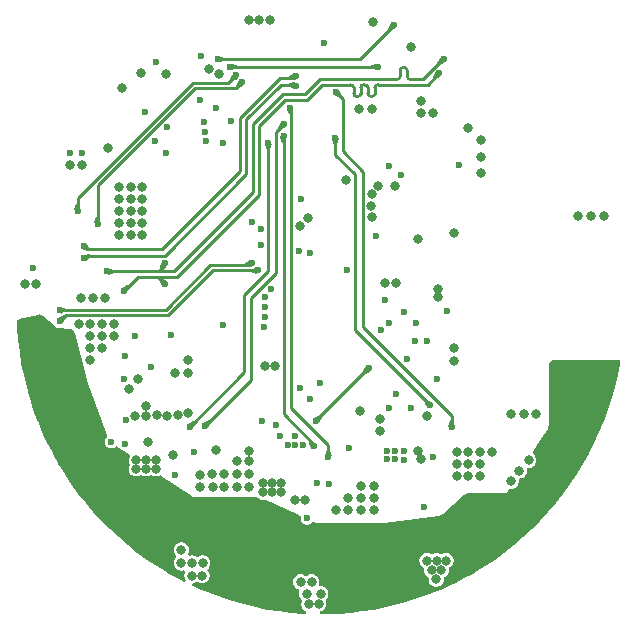
<source format=gbr>
%TF.GenerationSoftware,KiCad,Pcbnew,9.0.0*%
%TF.CreationDate,2025-06-01T03:36:43+08:00*%
%TF.ProjectId,CAPSTONE_MC,43415053-544f-44e4-955f-4d432e6b6963,Ver. 1.0.0*%
%TF.SameCoordinates,Original*%
%TF.FileFunction,Copper,L5,Inr*%
%TF.FilePolarity,Positive*%
%FSLAX46Y46*%
G04 Gerber Fmt 4.6, Leading zero omitted, Abs format (unit mm)*
G04 Created by KiCad (PCBNEW 9.0.0) date 2025-06-01 03:36:43*
%MOMM*%
%LPD*%
G01*
G04 APERTURE LIST*
%TA.AperFunction,ViaPad*%
%ADD10C,0.600000*%
%TD*%
%TA.AperFunction,ViaPad*%
%ADD11C,0.800000*%
%TD*%
%TA.AperFunction,Conductor*%
%ADD12C,0.250000*%
%TD*%
%TA.AperFunction,Conductor*%
%ADD13C,0.300000*%
%TD*%
G04 APERTURE END LIST*
D10*
%TO.N,GND*%
X79785000Y-45735000D03*
X80755000Y-45735000D03*
D11*
%TO.N,+3V3*%
X79785000Y-46695000D03*
X80755000Y-46695000D03*
%TO.N,GND*%
X112300000Y-52500000D03*
X93900000Y-72900000D03*
X91500000Y-38600000D03*
X92400000Y-39000000D03*
X113500000Y-73000000D03*
D10*
X98200000Y-70400000D03*
D11*
X92800000Y-72900000D03*
X93900000Y-71800000D03*
X102300000Y-75900000D03*
D10*
X103200000Y-55600000D03*
D11*
X105830000Y-48505000D03*
X85800000Y-38900000D03*
X82500000Y-61200000D03*
X104300000Y-67500000D03*
X91835000Y-73975000D03*
X103112653Y-48012653D03*
X114500000Y-73000000D03*
X96700000Y-34400000D03*
X112500000Y-73000000D03*
X89800000Y-64300000D03*
D10*
X106100000Y-60700000D03*
D11*
X99225000Y-51912653D03*
X117800000Y-72600000D03*
X85900000Y-51600000D03*
X103300000Y-75900000D03*
X81500000Y-63200000D03*
X114600000Y-47400000D03*
X107400000Y-56700000D03*
X109500000Y-71580000D03*
X114500000Y-71000000D03*
D10*
X98845558Y-69664442D03*
D11*
X99700000Y-75100000D03*
X93935000Y-73975000D03*
X96300000Y-63700000D03*
X88900000Y-67900000D03*
X80700000Y-58000000D03*
X84900000Y-48600000D03*
X87100000Y-67900000D03*
D10*
X84470000Y-68270000D03*
X86100000Y-42200000D03*
D11*
X103300000Y-74900000D03*
X112500000Y-71000000D03*
X89800000Y-63200000D03*
X83900000Y-52600000D03*
X112300000Y-63300000D03*
X109500000Y-41300000D03*
X104200000Y-42000000D03*
X106400000Y-56700000D03*
X110900000Y-57900000D03*
X112500000Y-72000000D03*
X80500000Y-60200000D03*
X105500000Y-75900000D03*
X125000000Y-51000000D03*
X115500000Y-71000000D03*
X90800000Y-74000000D03*
X92835000Y-73975000D03*
X114500000Y-72000000D03*
X110500000Y-42300000D03*
X83000000Y-45300000D03*
X117100000Y-73500000D03*
X81500000Y-60200000D03*
X85900000Y-52600000D03*
X83500000Y-61200000D03*
X97100000Y-63700000D03*
X86400000Y-70200000D03*
X105285000Y-50155000D03*
X114600000Y-46000000D03*
D10*
X98845558Y-70400000D03*
D11*
X81700000Y-58000000D03*
D10*
X106800000Y-60100000D03*
D11*
X110000000Y-68000000D03*
X113500000Y-71000000D03*
X119200000Y-67800000D03*
X109200000Y-70900000D03*
X106000000Y-69200000D03*
X105300000Y-42000000D03*
X85900000Y-49600000D03*
X85900000Y-48600000D03*
X88000000Y-68000000D03*
X94900000Y-72900000D03*
X83900000Y-49600000D03*
X110900000Y-57200000D03*
X92100000Y-70800000D03*
X82500000Y-60200000D03*
X112300000Y-62200000D03*
X104400000Y-74900000D03*
X94900000Y-34400000D03*
X114600000Y-44600000D03*
X105400000Y-34600000D03*
X99907322Y-51217984D03*
X89800000Y-67700000D03*
X86200000Y-68000000D03*
X106000000Y-68200000D03*
X76900000Y-56800000D03*
X105500000Y-73900000D03*
X94900000Y-70900000D03*
X82500000Y-62200000D03*
X88500000Y-71300000D03*
X118600000Y-71700000D03*
X113500000Y-43600000D03*
X109500000Y-42300000D03*
X84900000Y-49600000D03*
X81500000Y-62200000D03*
X104400000Y-75900000D03*
X83900000Y-48600000D03*
X118200000Y-67800000D03*
D10*
X108670000Y-67310000D03*
D11*
X85300000Y-68000000D03*
X109200000Y-53000000D03*
X81500000Y-61200000D03*
X122800000Y-51000000D03*
X94905000Y-71765000D03*
X104400000Y-73900000D03*
X98800000Y-75100000D03*
X83900000Y-51600000D03*
D10*
X96800000Y-57200000D03*
X101715000Y-73685750D03*
D11*
X90765000Y-72925000D03*
X105300000Y-51100000D03*
X83500000Y-60200000D03*
X123900000Y-51000000D03*
X84900000Y-51600000D03*
X76000000Y-56800000D03*
X94935000Y-73975000D03*
X88700000Y-64300000D03*
X85900000Y-50600000D03*
X105300000Y-49200000D03*
X85500000Y-64800000D03*
X95800000Y-34400000D03*
D10*
X99500000Y-70400000D03*
D11*
X82700000Y-58000000D03*
X108600000Y-36700000D03*
X87900000Y-39000000D03*
X117100000Y-67800000D03*
X84900000Y-50600000D03*
X105500000Y-74900000D03*
X91800000Y-72900000D03*
X84200000Y-40200000D03*
X83900000Y-50600000D03*
X84900000Y-52600000D03*
X86200000Y-67100000D03*
X113500000Y-72000000D03*
D10*
%TO.N,+3V3*%
X87050000Y-38000000D03*
X90900000Y-37450000D03*
X101250000Y-36400000D03*
X99350000Y-49600000D03*
X76650000Y-55400000D03*
%TO.N,+3.3VA*%
X86950000Y-44700000D03*
X95931147Y-53500000D03*
X106800000Y-46800000D03*
X100100000Y-66500000D03*
X84300000Y-64850000D03*
X107775000Y-47535000D03*
X110000000Y-61650000D03*
%TO.N,GNDA*%
X87900000Y-45700000D03*
X107400000Y-66100000D03*
D11*
X84800000Y-65700000D03*
D10*
X96000000Y-68400000D03*
X95931147Y-52100000D03*
X91150000Y-43100000D03*
D11*
X107300000Y-48500000D03*
D10*
X97200000Y-68700000D03*
X100900000Y-65200000D03*
X83259054Y-70127764D03*
X109035000Y-60100000D03*
X109013370Y-61586630D03*
X111700000Y-59105000D03*
X84400000Y-62900000D03*
D11*
%TO.N,/HVBUS*%
X79900000Y-68750000D03*
X79900000Y-66750000D03*
X84400000Y-74300000D03*
X114100000Y-75700000D03*
X94800000Y-75900000D03*
X106600000Y-83400000D03*
X83300000Y-76500000D03*
X104500000Y-78100000D03*
X104500000Y-83400000D03*
X113500000Y-79100000D03*
X84400000Y-76500000D03*
X79900000Y-64700000D03*
X83300000Y-75400000D03*
X94800000Y-80800000D03*
X92800000Y-75900000D03*
X92800000Y-81800000D03*
X117200000Y-76800000D03*
X83300000Y-74300000D03*
X77895000Y-65700000D03*
X76895000Y-65700000D03*
X113500000Y-80300000D03*
X111900000Y-76800000D03*
X123100000Y-68100000D03*
X116135000Y-79095000D03*
X78895000Y-65700000D03*
X105500000Y-78100000D03*
X116150000Y-77915000D03*
X106600000Y-81200000D03*
X116100000Y-76800000D03*
X120900000Y-69400000D03*
X92800000Y-76900000D03*
X105500000Y-79100000D03*
X122000000Y-69400000D03*
X116100000Y-75700000D03*
X122000000Y-66800000D03*
X105500000Y-83400000D03*
X120900000Y-70700000D03*
X76900000Y-63700000D03*
X103500000Y-79100000D03*
X104500000Y-79100000D03*
X113000000Y-75700000D03*
X119700000Y-70700000D03*
X84400000Y-75400000D03*
X78905000Y-69750000D03*
X77905000Y-67750000D03*
X79900000Y-62700000D03*
X79905000Y-70750000D03*
X115100000Y-75700000D03*
X114100000Y-76800000D03*
X94800000Y-81700000D03*
X92800000Y-80800000D03*
X84400000Y-73200000D03*
X79900000Y-69750000D03*
X107600000Y-83400000D03*
X93800000Y-81700000D03*
X117200000Y-77900000D03*
X78900000Y-68750000D03*
X79895000Y-65700000D03*
X103500000Y-83400000D03*
X113000000Y-76800000D03*
X76900000Y-62700000D03*
X94800000Y-76900000D03*
X106600000Y-82300000D03*
X93800000Y-80800000D03*
X77900000Y-64700000D03*
X76900000Y-64700000D03*
X93800000Y-75900000D03*
X84400000Y-77600000D03*
X122000000Y-68100000D03*
X77900000Y-62700000D03*
X77900000Y-63700000D03*
X93800000Y-76900000D03*
X78905000Y-70750000D03*
X79900000Y-63700000D03*
X107600000Y-81200000D03*
X117200000Y-75700000D03*
X120900000Y-68100000D03*
X103500000Y-82300000D03*
D10*
X80900000Y-65000000D03*
D11*
X79900000Y-71750000D03*
X79905000Y-67750000D03*
X115100000Y-76800000D03*
X77900000Y-68750000D03*
X77905000Y-66750000D03*
X83300000Y-73200000D03*
D10*
X85300000Y-61200000D03*
D11*
X123100000Y-66800000D03*
X78905000Y-66750000D03*
X107600000Y-82300000D03*
X103500000Y-78100000D03*
X78900000Y-62700000D03*
X78905000Y-67750000D03*
X78900000Y-63700000D03*
X108700000Y-82300000D03*
X78900000Y-64700000D03*
D10*
%TO.N,+3V8*%
X112700000Y-46700000D03*
X105655000Y-52745000D03*
D11*
%TO.N,/HS2*%
X101000000Y-83000000D03*
X100220000Y-81980000D03*
X99300000Y-82000000D03*
X100815000Y-83865000D03*
X99800000Y-83000000D03*
D10*
X99855000Y-76627500D03*
D11*
X100000000Y-83900000D03*
%TO.N,/HS3*%
X110400000Y-81000000D03*
D10*
X109700000Y-75700000D03*
D11*
X110800000Y-80200000D03*
X111600000Y-80200000D03*
X110000000Y-80200000D03*
X111200000Y-81000000D03*
X110775000Y-81755000D03*
%TO.N,/HS1*%
X89200000Y-80400000D03*
X90935000Y-81465000D03*
X90100000Y-80400000D03*
X90100000Y-81465000D03*
X91000000Y-80400000D03*
D10*
X88660000Y-72960000D03*
D11*
X89200000Y-79300000D03*
D10*
%TO.N,/CURRENT_3*%
X108300000Y-63150000D03*
X93360000Y-42990000D03*
%TO.N,/CURRENT_2*%
X92112064Y-41880692D03*
X99255000Y-65549647D03*
%TO.N,/CURRENT_1*%
X86650000Y-63800000D03*
X90780000Y-41238000D03*
%TO.N,/ADC_TEMP*%
X92758058Y-60241942D03*
X103350770Y-70698571D03*
%TO.N,/TEMP_MOTOR*%
X95150000Y-51550000D03*
%TO.N,/CANH*%
X82900000Y-55700000D03*
X111397921Y-37724796D03*
X87800000Y-55025000D03*
%TO.N,/CANL*%
X87800000Y-56800000D03*
X84300000Y-57400000D03*
X111041942Y-38941942D03*
%TO.N,/U1_RX_FAULT*%
X80435000Y-50605000D03*
X93801000Y-39130000D03*
%TO.N,/U1_TX_SERVO*%
X94360608Y-39701702D03*
X82125000Y-51695000D03*
%TO.N,/LED_RED*%
X95691117Y-55625000D03*
X100100000Y-54150000D03*
X78900000Y-59950000D03*
%TO.N,/LED_GREEN*%
X99150000Y-54000000D03*
X78950000Y-59000000D03*
X95150000Y-55000000D03*
%TO.N,Net-(U4-VS)*%
X108030000Y-71650000D03*
X107310000Y-71640000D03*
X106610000Y-71640000D03*
X107310000Y-70930000D03*
X108020000Y-70940000D03*
X106610000Y-70920000D03*
X106750000Y-67290000D03*
D11*
%TO.N,Net-(U3-VS)*%
X97620000Y-74420000D03*
X96140000Y-74430000D03*
X96860000Y-74430000D03*
X96140000Y-73670000D03*
D10*
X97540000Y-69690000D03*
D11*
X97600000Y-73670000D03*
X96860000Y-73670000D03*
%TO.N,Net-(U2-VS)*%
X86200000Y-72430000D03*
X87020000Y-72430000D03*
X87020000Y-71710000D03*
D10*
X84400000Y-70360000D03*
D11*
X86200000Y-71710000D03*
X85380000Y-72420000D03*
X85390000Y-71710000D03*
D10*
%TO.N,/AN_IN*%
X87950000Y-43500000D03*
X88300000Y-61100000D03*
%TO.N,/VOLTAGE_1*%
X90285000Y-71005000D03*
X91161930Y-43925300D03*
%TO.N,/VOLTAGE_2*%
X91302298Y-44712892D03*
X100700000Y-73650000D03*
%TO.N,/VOLTAGE_3*%
X110475000Y-71395000D03*
X92733000Y-44850000D03*
%TO.N,/USB_DM*%
X98880000Y-40000003D03*
X80930000Y-54585000D03*
%TO.N,/USB_DP*%
X98880000Y-39200000D03*
X80935000Y-53595000D03*
%TO.N,/L1*%
X89890000Y-68860000D03*
X96556147Y-44850000D03*
%TO.N,/TX_SCL_MOSI*%
X96306149Y-57906149D03*
%TO.N,/H1*%
X91215000Y-68810000D03*
X97875000Y-43225000D03*
%TO.N,/L3*%
X102215000Y-44395822D03*
X110205707Y-66994293D03*
%TO.N,/L2*%
X100385001Y-70508771D03*
X97875000Y-44230000D03*
%TO.N,/H3*%
X112090000Y-68930000D03*
X102290000Y-40530000D03*
%TO.N,/MISO_ADC_EXT2*%
X96258058Y-58741942D03*
%TO.N,/H2*%
X98383058Y-41883058D03*
X101635000Y-71430000D03*
%TO.N,/SCK_ADC_EXT*%
X96240750Y-59608519D03*
%TO.N,/CAN_RX*%
X105870000Y-38410000D03*
X93293161Y-38410000D03*
%TO.N,/CAN_TX*%
X92290000Y-37736902D03*
X107180000Y-34840000D03*
%TO.N,/RX_SDA_NSS*%
X96208242Y-60459895D03*
%TO.N,/Vref*%
X108050000Y-59150000D03*
X100600000Y-68400000D03*
X106444669Y-58144669D03*
X105121942Y-63878058D03*
X110850000Y-64850000D03*
%TD*%
D12*
%TO.N,/CANH*%
X110415942Y-38684058D02*
X110415942Y-38682644D01*
X110784058Y-38315942D02*
X111375204Y-37724796D01*
X111375204Y-37724796D02*
X111397921Y-37724796D01*
X87800000Y-55025000D02*
X87800000Y-55200000D01*
X87300000Y-55700000D02*
X88600000Y-55700000D01*
X99662190Y-40700000D02*
X100909190Y-39453000D01*
X110415942Y-38682644D02*
X110782644Y-38315942D01*
X108675209Y-39453000D02*
X108840362Y-39453000D01*
X108840362Y-39453000D02*
X109647000Y-39453000D01*
X97800000Y-40700000D02*
X99662190Y-40700000D01*
X108555209Y-39453000D02*
X108675209Y-39453000D01*
X95300000Y-43200000D02*
X97800000Y-40700000D01*
X108315209Y-38693000D02*
X108315209Y-39213000D01*
X88600000Y-55700000D02*
X95300000Y-49000000D01*
X100909190Y-39453000D02*
X107475209Y-39453000D01*
X82900000Y-55700000D02*
X87300000Y-55700000D01*
X87800000Y-55200000D02*
X87300000Y-55700000D01*
X110782644Y-38315942D02*
X110784058Y-38315942D01*
X95300000Y-49000000D02*
X95300000Y-43200000D01*
X109647000Y-39453000D02*
X110415942Y-38684058D01*
X107955209Y-38453000D02*
X108075209Y-38453000D01*
X107715209Y-39213000D02*
X107715209Y-38693000D01*
X108075209Y-38453000D02*
G75*
G02*
X108315200Y-38693000I-9J-240000D01*
G01*
X108315209Y-39213000D02*
G75*
G03*
X108555209Y-39452991I239991J0D01*
G01*
X107715209Y-38693000D02*
G75*
G02*
X107955209Y-38453009I239991J0D01*
G01*
X107475209Y-39453000D02*
G75*
G03*
X107715200Y-39213000I-9J240000D01*
G01*
%TO.N,/CANL*%
X105346324Y-40904000D02*
X105226324Y-40904000D01*
X95751000Y-43386810D02*
X95751000Y-49249000D01*
X104386324Y-40144000D02*
X104386324Y-40664000D01*
X110079884Y-39904000D02*
X105826324Y-39904000D01*
X105586324Y-40144000D02*
X105586324Y-40664000D01*
X101096000Y-39904000D02*
X99800000Y-41200000D01*
X88800000Y-56200000D02*
X87100000Y-56200000D01*
X111041942Y-38941942D02*
X110079884Y-39904000D01*
X103786324Y-40664000D02*
X103786324Y-40144000D01*
X104746324Y-39904000D02*
X104626324Y-39904000D01*
X95751000Y-49249000D02*
X88800000Y-56200000D01*
X103546324Y-39904000D02*
X103426324Y-39904000D01*
X97937810Y-41200000D02*
X95751000Y-43386810D01*
X84300000Y-57400000D02*
X85500000Y-56200000D01*
X99800000Y-41200000D02*
X97937810Y-41200000D01*
X104146324Y-40904000D02*
X104026324Y-40904000D01*
X85500000Y-56200000D02*
X87100000Y-56200000D01*
X103426324Y-39904000D02*
X103303786Y-39904000D01*
X104986324Y-40664000D02*
X104986324Y-40144000D01*
X103303786Y-39904000D02*
X101096000Y-39904000D01*
X87200000Y-56200000D02*
X87100000Y-56200000D01*
X87800000Y-56800000D02*
X87200000Y-56200000D01*
X105826324Y-39904000D02*
G75*
G03*
X105586300Y-40144000I-24J-240000D01*
G01*
X103786324Y-40144000D02*
G75*
G03*
X103546324Y-39903976I-240024J0D01*
G01*
X104386324Y-40664000D02*
G75*
G02*
X104146324Y-40904024I-240024J0D01*
G01*
X104026324Y-40904000D02*
G75*
G02*
X103786300Y-40664000I-24J240000D01*
G01*
X104626324Y-39904000D02*
G75*
G03*
X104386300Y-40144000I-24J-240000D01*
G01*
X104986324Y-40144000D02*
G75*
G03*
X104746324Y-39903976I-240024J0D01*
G01*
X105226324Y-40904000D02*
G75*
G02*
X104986300Y-40664000I-24J240000D01*
G01*
X105586324Y-40664000D02*
G75*
G02*
X105346324Y-40904024I-240024J0D01*
G01*
%TO.N,/U1_RX_FAULT*%
X80435000Y-50605000D02*
X80435000Y-49465000D01*
X90150000Y-39750000D02*
X93181000Y-39750000D01*
X80435000Y-49465000D02*
X90150000Y-39750000D01*
X93181000Y-39750000D02*
X93801000Y-39130000D01*
%TO.N,/U1_TX_SERVO*%
X93852310Y-40210000D02*
X94360608Y-39701702D01*
X82125000Y-51695000D02*
X82120000Y-51690000D01*
X82120000Y-48417810D02*
X90327810Y-40210000D01*
X90327810Y-40210000D02*
X93852310Y-40210000D01*
X82120000Y-51690000D02*
X82120000Y-48417810D01*
%TO.N,/LED_RED*%
X95691117Y-55625000D02*
X91875000Y-55625000D01*
X91875000Y-55625000D02*
X88049000Y-59451000D01*
X88049000Y-59451000D02*
X79399000Y-59451000D01*
X79399000Y-59451000D02*
X78900000Y-59950000D01*
%TO.N,/LED_GREEN*%
X92061810Y-55174000D02*
X91688190Y-55174000D01*
X87854702Y-59000000D02*
X79585810Y-59000000D01*
X94976000Y-55174000D02*
X92061810Y-55174000D01*
X79585810Y-59000000D02*
X79212190Y-59000000D01*
X91654702Y-55200000D02*
X87854702Y-59000000D01*
X79212190Y-59000000D02*
X78950000Y-59000000D01*
X95150000Y-55000000D02*
X94976000Y-55174000D01*
X91688190Y-55174000D02*
X91662190Y-55200000D01*
X91662190Y-55200000D02*
X91654702Y-55200000D01*
%TO.N,/USB_DM*%
X98779997Y-39900000D02*
X97637810Y-39900000D01*
X97637810Y-39900000D02*
X94700000Y-42837810D01*
X94700000Y-42837810D02*
X94700000Y-47500000D01*
X94700000Y-47500000D02*
X87800000Y-54400000D01*
X81100000Y-54400000D02*
X80930000Y-54570000D01*
X98880000Y-40000003D02*
X98779997Y-39900000D01*
X80930000Y-54570000D02*
X80930000Y-54585000D01*
X87800000Y-54400000D02*
X81100000Y-54400000D01*
%TO.N,/USB_DP*%
X94249000Y-42651000D02*
X94513190Y-42386810D01*
X94200000Y-42700000D02*
X94249000Y-42651000D01*
X80935000Y-53595000D02*
X81189000Y-53849000D01*
X81386810Y-53849000D02*
X87551000Y-53849000D01*
X98760628Y-39319372D02*
X98880000Y-39200000D01*
X97580628Y-39319372D02*
X98760628Y-39319372D01*
X97186810Y-39713190D02*
X97451000Y-39449000D01*
X87551000Y-53849000D02*
X94200000Y-47200000D01*
X81189000Y-53849000D02*
X81386810Y-53849000D01*
X97451000Y-39449000D02*
X97580628Y-39319372D01*
X94200000Y-47200000D02*
X94200000Y-42700000D01*
X94513190Y-42386810D02*
X97186810Y-39713190D01*
%TO.N,/L1*%
X94500000Y-57700000D02*
X94500000Y-64250000D01*
X96556147Y-55643853D02*
X94500000Y-57700000D01*
X94500000Y-64250000D02*
X89890000Y-68860000D01*
X96556147Y-44850000D02*
X96556147Y-55643853D01*
%TO.N,/H1*%
X95100000Y-64925000D02*
X91215000Y-68810000D01*
X95100000Y-57950000D02*
X95100000Y-64925000D01*
X97875000Y-43225000D02*
X97181147Y-43918853D01*
X97181147Y-43918853D02*
X97181147Y-55868853D01*
X97181147Y-55868853D02*
X95100000Y-57950000D01*
%TO.N,/L3*%
X103870000Y-60658586D02*
X103870000Y-47490000D01*
X110205707Y-66994293D02*
X105455707Y-62244293D01*
X103870000Y-47490000D02*
X102215000Y-45835000D01*
X102215000Y-45835000D02*
X102215000Y-44395822D01*
X105455707Y-62244293D02*
X103870000Y-60658586D01*
%TO.N,/L2*%
X100360000Y-70483770D02*
X100360000Y-70295000D01*
X100385001Y-70508771D02*
X100360000Y-70483770D01*
X100360000Y-70295000D02*
X97875000Y-67810000D01*
X97875000Y-67810000D02*
X97875000Y-44230000D01*
%TO.N,/H3*%
X102290000Y-40530000D02*
X102840000Y-41080000D01*
X102840000Y-41080000D02*
X102840000Y-45540000D01*
X102840000Y-45540000D02*
X104560000Y-47260000D01*
X104560000Y-47260000D02*
X104560000Y-60464702D01*
X104560000Y-60464702D02*
X112090000Y-67994702D01*
X112090000Y-67994702D02*
X112090000Y-68930000D01*
%TO.N,/H2*%
X98500000Y-42625000D02*
X98500000Y-67310000D01*
X98500000Y-67310000D02*
X101635000Y-70445000D01*
X98497022Y-41997022D02*
X98497022Y-42622022D01*
X101635000Y-70445000D02*
X101635000Y-71430000D01*
X98383058Y-41883058D02*
X98497022Y-41997022D01*
X98497022Y-42622022D02*
X98500000Y-42625000D01*
%TO.N,/CAN_RX*%
X93293161Y-38410000D02*
X105870000Y-38410000D01*
%TO.N,/CAN_TX*%
X104283098Y-37736902D02*
X107180000Y-34840000D01*
X92290000Y-37736902D02*
X104283098Y-37736902D01*
D13*
%TO.N,/Vref*%
X100600000Y-68400000D02*
X105121942Y-63878058D01*
%TD*%
%TA.AperFunction,Conductor*%
%TO.N,/HVBUS*%
G36*
X77267534Y-59366217D02*
G01*
X77297605Y-59373707D01*
X77385045Y-59407567D01*
X77412315Y-59422281D01*
X77492935Y-59479849D01*
X77494993Y-59481318D01*
X77507041Y-59491115D01*
X78470274Y-60380253D01*
X78611948Y-60472206D01*
X78776154Y-60511744D01*
X79731023Y-60575401D01*
X79750130Y-60578183D01*
X79873238Y-60606050D01*
X79909042Y-60620294D01*
X80009198Y-60679611D01*
X80038899Y-60704161D01*
X80116003Y-60791362D01*
X80136734Y-60823851D01*
X80187265Y-60939501D01*
X80193600Y-60957763D01*
X81220228Y-64881766D01*
X81225343Y-64899912D01*
X81231111Y-64917779D01*
X81498582Y-65695873D01*
X81499996Y-65699934D01*
X81501568Y-65704314D01*
X82915223Y-69591866D01*
X82919634Y-69661596D01*
X82886371Y-69721923D01*
X82818542Y-69789752D01*
X82746071Y-69915275D01*
X82746070Y-69915279D01*
X82708554Y-70055289D01*
X82708554Y-70200239D01*
X82742661Y-70327525D01*
X82746071Y-70340252D01*
X82818542Y-70465775D01*
X82818544Y-70465777D01*
X82818545Y-70465779D01*
X82921039Y-70568273D01*
X82921040Y-70568274D01*
X82921042Y-70568275D01*
X83046565Y-70640746D01*
X83046566Y-70640746D01*
X83046569Y-70640748D01*
X83186579Y-70678264D01*
X83186582Y-70678264D01*
X83331526Y-70678264D01*
X83331529Y-70678264D01*
X83471539Y-70640748D01*
X83597069Y-70568273D01*
X83609197Y-70556144D01*
X83636834Y-70541052D01*
X83663560Y-70524385D01*
X83667266Y-70524435D01*
X83670518Y-70522660D01*
X83701922Y-70524905D01*
X83733423Y-70525332D01*
X83737965Y-70527481D01*
X83740209Y-70527642D01*
X83765326Y-70540428D01*
X83907994Y-70634871D01*
X83946932Y-70676264D01*
X83959490Y-70698014D01*
X83959491Y-70698015D01*
X84061985Y-70800509D01*
X84061987Y-70800510D01*
X84061988Y-70800511D01*
X84078867Y-70810256D01*
X84187515Y-70872984D01*
X84302721Y-70903853D01*
X84339065Y-70920226D01*
X84623309Y-71108387D01*
X84787316Y-71216956D01*
X84832351Y-71270375D01*
X84841357Y-71339662D01*
X84821974Y-71389240D01*
X84813541Y-71401861D01*
X84813533Y-71401875D01*
X84764499Y-71520255D01*
X84764497Y-71520261D01*
X84739500Y-71645928D01*
X84739500Y-71645931D01*
X84739500Y-71774069D01*
X84739500Y-71774071D01*
X84739499Y-71774071D01*
X84764497Y-71899738D01*
X84764500Y-71899748D01*
X84808602Y-72006221D01*
X84816071Y-72075691D01*
X84805498Y-72106093D01*
X84805866Y-72106246D01*
X84754499Y-72230255D01*
X84754497Y-72230261D01*
X84729500Y-72355928D01*
X84729500Y-72355931D01*
X84729500Y-72484069D01*
X84729500Y-72484071D01*
X84729499Y-72484071D01*
X84754497Y-72609738D01*
X84754499Y-72609744D01*
X84803533Y-72728124D01*
X84803538Y-72728133D01*
X84874723Y-72834668D01*
X84874726Y-72834672D01*
X84965327Y-72925273D01*
X84965331Y-72925276D01*
X85071866Y-72996461D01*
X85071875Y-72996466D01*
X85076187Y-72998252D01*
X85190256Y-73045501D01*
X85190260Y-73045501D01*
X85190261Y-73045502D01*
X85315928Y-73070500D01*
X85315931Y-73070500D01*
X85444071Y-73070500D01*
X85528615Y-73053682D01*
X85569744Y-73045501D01*
X85688127Y-72996465D01*
X85713627Y-72979425D01*
X85780301Y-72958549D01*
X85847682Y-72977033D01*
X85851407Y-72979427D01*
X85891866Y-73006461D01*
X85891872Y-73006464D01*
X85891873Y-73006465D01*
X86010256Y-73055501D01*
X86010260Y-73055501D01*
X86010261Y-73055502D01*
X86135928Y-73080500D01*
X86135931Y-73080500D01*
X86264071Y-73080500D01*
X86348615Y-73063682D01*
X86389744Y-73055501D01*
X86508127Y-73006465D01*
X86541109Y-72984426D01*
X86607785Y-72963548D01*
X86675165Y-72982032D01*
X86678868Y-72984412D01*
X86711873Y-73006465D01*
X86830256Y-73055501D01*
X86830260Y-73055501D01*
X86830261Y-73055502D01*
X86955928Y-73080500D01*
X86955931Y-73080500D01*
X87084071Y-73080500D01*
X87168615Y-73063682D01*
X87209744Y-73055501D01*
X87328127Y-73006465D01*
X87340420Y-72998250D01*
X87407093Y-72977370D01*
X87474474Y-72995851D01*
X87477721Y-72997927D01*
X90074506Y-74716926D01*
X90206387Y-74778781D01*
X90350494Y-74799999D01*
X90350496Y-74800000D01*
X90350499Y-74800000D01*
X95539417Y-74800000D01*
X95606456Y-74819685D01*
X95630071Y-74840706D01*
X95630416Y-74840362D01*
X95725327Y-74935273D01*
X95725331Y-74935276D01*
X95831866Y-75006461D01*
X95831872Y-75006464D01*
X95831873Y-75006465D01*
X95950256Y-75055501D01*
X95950260Y-75055501D01*
X95950261Y-75055502D01*
X96075928Y-75080500D01*
X96075931Y-75080500D01*
X96204072Y-75080500D01*
X96222454Y-75076842D01*
X96248849Y-75071592D01*
X96318439Y-75077816D01*
X96323810Y-75080077D01*
X98995112Y-76279438D01*
X99240880Y-76389783D01*
X99293976Y-76435199D01*
X99314088Y-76502111D01*
X99309867Y-76534994D01*
X99304500Y-76555025D01*
X99304500Y-76699975D01*
X99342016Y-76839985D01*
X99342017Y-76839988D01*
X99414488Y-76965511D01*
X99414490Y-76965513D01*
X99414491Y-76965515D01*
X99516985Y-77068009D01*
X99516986Y-77068010D01*
X99516988Y-77068011D01*
X99642511Y-77140482D01*
X99642512Y-77140482D01*
X99642515Y-77140484D01*
X99782525Y-77178000D01*
X99782528Y-77178000D01*
X99927472Y-77178000D01*
X99927475Y-77178000D01*
X100067485Y-77140484D01*
X100193015Y-77068009D01*
X100295509Y-76965515D01*
X100295509Y-76965514D01*
X100301256Y-76959768D01*
X100302603Y-76961115D01*
X100350565Y-76926087D01*
X100420310Y-76921925D01*
X100443306Y-76929648D01*
X100502300Y-76956135D01*
X100602375Y-76988911D01*
X100707095Y-77000000D01*
X100707104Y-77000000D01*
X106269502Y-77000000D01*
X106269517Y-77000000D01*
X106299915Y-76999073D01*
X106299924Y-76999072D01*
X106299943Y-76999072D01*
X106330272Y-76996293D01*
X111042774Y-76419252D01*
X111189821Y-76377725D01*
X111317460Y-76293727D01*
X113151529Y-74634330D01*
X113163372Y-74624866D01*
X113244689Y-74567685D01*
X113271427Y-74553413D01*
X113357022Y-74520438D01*
X113386426Y-74513082D01*
X113463084Y-74503638D01*
X113485073Y-74500930D01*
X113500233Y-74500000D01*
X116427302Y-74500000D01*
X116550835Y-74484499D01*
X116666708Y-74438959D01*
X116767738Y-74366201D01*
X116847660Y-74270739D01*
X116892003Y-74201890D01*
X116944848Y-74156191D01*
X117014017Y-74146316D01*
X117020437Y-74147417D01*
X117027357Y-74148794D01*
X117035930Y-74150500D01*
X117035931Y-74150500D01*
X117164071Y-74150500D01*
X117248615Y-74133682D01*
X117289744Y-74125501D01*
X117408127Y-74076465D01*
X117514669Y-74005276D01*
X117605276Y-73914669D01*
X117676465Y-73808127D01*
X117725501Y-73689744D01*
X117733682Y-73648615D01*
X117750500Y-73564071D01*
X117750500Y-73435928D01*
X117743093Y-73398692D01*
X117749320Y-73329100D01*
X117792183Y-73273923D01*
X117858072Y-73250678D01*
X117863832Y-73250523D01*
X117864071Y-73250500D01*
X117948615Y-73233682D01*
X117989744Y-73225501D01*
X118108127Y-73176465D01*
X118214669Y-73105276D01*
X118305276Y-73014669D01*
X118376465Y-72908127D01*
X118425501Y-72789744D01*
X118441313Y-72710256D01*
X118450500Y-72664071D01*
X118450500Y-72535928D01*
X118443093Y-72498692D01*
X118449320Y-72429100D01*
X118492183Y-72373923D01*
X118558072Y-72350678D01*
X118564710Y-72350500D01*
X118664071Y-72350500D01*
X118762959Y-72330829D01*
X118789744Y-72325501D01*
X118908127Y-72276465D01*
X119014669Y-72205276D01*
X119105276Y-72114669D01*
X119176465Y-72008127D01*
X119225501Y-71889744D01*
X119242303Y-71805276D01*
X119250500Y-71764071D01*
X119250500Y-71635928D01*
X119225502Y-71510261D01*
X119225501Y-71510260D01*
X119225501Y-71510256D01*
X119176465Y-71391873D01*
X119176464Y-71391872D01*
X119176461Y-71391866D01*
X119105276Y-71285331D01*
X119105273Y-71285327D01*
X119014672Y-71194726D01*
X119014665Y-71194721D01*
X118986116Y-71175644D01*
X118941311Y-71122031D01*
X118932605Y-71052706D01*
X118950757Y-71005404D01*
X119475260Y-70191045D01*
X119633736Y-69944990D01*
X120220358Y-69034182D01*
X120279676Y-68904548D01*
X120300000Y-68763444D01*
X120300000Y-63708125D01*
X120301061Y-63691940D01*
X120314906Y-63586776D01*
X120323284Y-63555508D01*
X120334532Y-63528353D01*
X120360740Y-63465079D01*
X120376923Y-63437050D01*
X120436513Y-63359392D01*
X120459392Y-63336513D01*
X120537050Y-63276923D01*
X120565079Y-63260740D01*
X120655509Y-63223283D01*
X120686775Y-63214906D01*
X120791941Y-63201061D01*
X120808126Y-63200000D01*
X126250997Y-63200000D01*
X126268934Y-63205266D01*
X126287628Y-63205534D01*
X126301764Y-63214907D01*
X126318036Y-63219685D01*
X126330277Y-63233811D01*
X126345860Y-63244144D01*
X126352685Y-63259672D01*
X126363791Y-63272489D01*
X126366451Y-63290993D01*
X126373974Y-63308108D01*
X126373516Y-63340128D01*
X126373735Y-63341647D01*
X126373484Y-63343306D01*
X126366129Y-63389744D01*
X126344934Y-63523560D01*
X126344078Y-63528352D01*
X126147803Y-64515095D01*
X126146760Y-64519851D01*
X125911888Y-65498163D01*
X125910658Y-65502875D01*
X125637569Y-66471173D01*
X125636156Y-66475832D01*
X125325260Y-67432675D01*
X125323665Y-67437276D01*
X124975433Y-68381199D01*
X124973658Y-68385733D01*
X124588651Y-69315223D01*
X124586700Y-69319684D01*
X124165487Y-70233363D01*
X124163362Y-70237744D01*
X123706601Y-71134191D01*
X123704305Y-71138485D01*
X123212720Y-72016272D01*
X123210258Y-72020473D01*
X122684578Y-72878305D01*
X122681953Y-72882406D01*
X122122993Y-73718948D01*
X122120209Y-73722942D01*
X121528854Y-74536873D01*
X121525915Y-74540756D01*
X120903048Y-75330859D01*
X120899959Y-75334623D01*
X120246553Y-76099664D01*
X120243319Y-76103303D01*
X119560386Y-76842095D01*
X119557011Y-76845605D01*
X118845605Y-77557011D01*
X118842095Y-77560386D01*
X118103303Y-78243319D01*
X118099664Y-78246553D01*
X117334623Y-78899959D01*
X117330859Y-78903048D01*
X116540756Y-79525915D01*
X116536873Y-79528854D01*
X115722942Y-80120209D01*
X115718948Y-80122993D01*
X114882406Y-80681953D01*
X114878305Y-80684578D01*
X114020473Y-81210258D01*
X114016272Y-81212720D01*
X113138485Y-81704305D01*
X113134191Y-81706601D01*
X112237744Y-82163362D01*
X112233363Y-82165487D01*
X111319684Y-82586700D01*
X111315223Y-82588651D01*
X110385733Y-82973658D01*
X110381199Y-82975433D01*
X109437276Y-83323665D01*
X109432675Y-83325260D01*
X108475832Y-83636156D01*
X108471173Y-83637569D01*
X107502875Y-83910658D01*
X107498163Y-83911888D01*
X106519851Y-84146760D01*
X106515095Y-84147803D01*
X105528353Y-84344078D01*
X105523560Y-84344934D01*
X104529853Y-84502322D01*
X104525030Y-84502989D01*
X103525936Y-84621239D01*
X103521090Y-84621717D01*
X102518068Y-84700657D01*
X102513207Y-84700943D01*
X101507922Y-84740441D01*
X101503054Y-84740537D01*
X101006723Y-84740537D01*
X100939684Y-84720852D01*
X100893929Y-84668048D01*
X100883985Y-84598890D01*
X100913010Y-84535334D01*
X100971788Y-84497560D01*
X100982531Y-84494920D01*
X100997932Y-84491855D01*
X101004744Y-84490501D01*
X101123127Y-84441465D01*
X101229669Y-84370276D01*
X101320276Y-84279669D01*
X101391465Y-84173127D01*
X101440501Y-84054744D01*
X101448682Y-84013615D01*
X101465500Y-83929071D01*
X101465500Y-83800928D01*
X101440502Y-83675261D01*
X101440501Y-83675260D01*
X101440501Y-83675256D01*
X101414854Y-83613340D01*
X101407386Y-83543874D01*
X101438660Y-83481395D01*
X101441681Y-83478263D01*
X101505276Y-83414669D01*
X101576465Y-83308127D01*
X101625501Y-83189744D01*
X101650500Y-83064069D01*
X101650500Y-82935931D01*
X101650500Y-82935928D01*
X101625502Y-82810261D01*
X101625501Y-82810260D01*
X101625501Y-82810256D01*
X101576465Y-82691873D01*
X101576464Y-82691872D01*
X101576461Y-82691866D01*
X101505276Y-82585331D01*
X101505273Y-82585327D01*
X101414672Y-82494726D01*
X101414668Y-82494723D01*
X101308133Y-82423538D01*
X101308124Y-82423533D01*
X101189744Y-82374499D01*
X101189738Y-82374497D01*
X101064071Y-82349500D01*
X101064069Y-82349500D01*
X100956623Y-82349500D01*
X100889584Y-82329815D01*
X100843829Y-82277011D01*
X100833885Y-82207853D01*
X100842061Y-82178050D01*
X100845499Y-82169748D01*
X100845501Y-82169744D01*
X100861264Y-82090500D01*
X100870500Y-82044071D01*
X100870500Y-81915928D01*
X100845502Y-81790261D01*
X100845501Y-81790260D01*
X100845501Y-81790256D01*
X100804138Y-81690397D01*
X100796466Y-81671875D01*
X100796461Y-81671866D01*
X100725276Y-81565331D01*
X100725273Y-81565327D01*
X100634672Y-81474726D01*
X100634668Y-81474723D01*
X100528133Y-81403538D01*
X100528124Y-81403533D01*
X100409744Y-81354499D01*
X100409738Y-81354497D01*
X100284071Y-81329500D01*
X100284069Y-81329500D01*
X100155931Y-81329500D01*
X100155929Y-81329500D01*
X100030261Y-81354497D01*
X100030255Y-81354499D01*
X99911875Y-81403533D01*
X99911868Y-81403537D01*
X99813923Y-81468982D01*
X99747246Y-81489859D01*
X99679866Y-81471374D01*
X99676142Y-81468981D01*
X99608133Y-81423538D01*
X99608124Y-81423533D01*
X99489744Y-81374499D01*
X99489738Y-81374497D01*
X99364071Y-81349500D01*
X99364069Y-81349500D01*
X99235931Y-81349500D01*
X99235929Y-81349500D01*
X99110261Y-81374497D01*
X99110255Y-81374499D01*
X98991875Y-81423533D01*
X98991866Y-81423538D01*
X98885331Y-81494723D01*
X98885327Y-81494726D01*
X98794726Y-81585327D01*
X98794723Y-81585331D01*
X98723538Y-81691866D01*
X98723533Y-81691875D01*
X98674499Y-81810255D01*
X98674497Y-81810261D01*
X98649500Y-81935928D01*
X98649500Y-81935931D01*
X98649500Y-82064069D01*
X98649500Y-82064071D01*
X98649499Y-82064071D01*
X98674497Y-82189738D01*
X98674499Y-82189744D01*
X98723533Y-82308124D01*
X98723538Y-82308133D01*
X98794723Y-82414668D01*
X98794726Y-82414672D01*
X98885327Y-82505273D01*
X98885331Y-82505276D01*
X98991866Y-82576461D01*
X98991875Y-82576466D01*
X99115850Y-82627818D01*
X99170253Y-82671659D01*
X99192318Y-82737953D01*
X99182960Y-82789828D01*
X99174499Y-82810256D01*
X99174497Y-82810261D01*
X99149500Y-82935928D01*
X99149500Y-82935931D01*
X99149500Y-83064069D01*
X99149500Y-83064071D01*
X99149499Y-83064071D01*
X99174497Y-83189738D01*
X99174499Y-83189744D01*
X99223533Y-83308124D01*
X99223538Y-83308133D01*
X99294723Y-83414668D01*
X99294726Y-83414672D01*
X99379121Y-83499067D01*
X99412606Y-83560390D01*
X99407622Y-83630082D01*
X99406002Y-83634199D01*
X99374499Y-83710256D01*
X99374497Y-83710261D01*
X99349500Y-83835928D01*
X99349500Y-83835931D01*
X99349500Y-83964069D01*
X99349500Y-83964071D01*
X99349499Y-83964071D01*
X99374497Y-84089738D01*
X99374499Y-84089744D01*
X99423533Y-84208124D01*
X99423538Y-84208133D01*
X99494723Y-84314668D01*
X99494726Y-84314672D01*
X99585327Y-84405273D01*
X99585331Y-84405276D01*
X99696056Y-84479261D01*
X99696940Y-84480319D01*
X99698248Y-84480760D01*
X99719268Y-84507035D01*
X99740861Y-84532873D01*
X99741033Y-84534242D01*
X99741895Y-84535320D01*
X99745373Y-84568799D01*
X99749568Y-84602198D01*
X99748972Y-84603442D01*
X99749115Y-84604815D01*
X99733937Y-84634868D01*
X99719413Y-84665226D01*
X99718239Y-84665950D01*
X99717618Y-84667182D01*
X99688607Y-84684255D01*
X99659970Y-84701945D01*
X99658204Y-84702147D01*
X99657402Y-84702620D01*
X99622297Y-84706267D01*
X99486792Y-84700943D01*
X99481931Y-84700657D01*
X98478909Y-84621717D01*
X98474063Y-84621239D01*
X97474969Y-84502989D01*
X97470146Y-84502322D01*
X96476439Y-84344934D01*
X96471646Y-84344078D01*
X95484904Y-84147803D01*
X95480148Y-84146760D01*
X94501836Y-83911888D01*
X94497124Y-83910658D01*
X93528826Y-83637569D01*
X93524167Y-83636156D01*
X92567324Y-83325260D01*
X92562723Y-83323665D01*
X91618800Y-82975433D01*
X91614266Y-82973658D01*
X90684776Y-82588651D01*
X90680315Y-82586700D01*
X90157259Y-82345567D01*
X90104619Y-82299623D01*
X90085174Y-82232514D01*
X90105098Y-82165545D01*
X90158065Y-82119979D01*
X90184982Y-82111340D01*
X90289744Y-82090501D01*
X90408127Y-82041465D01*
X90448609Y-82014416D01*
X90515286Y-81993538D01*
X90582666Y-82012022D01*
X90586391Y-82014416D01*
X90626867Y-82041461D01*
X90626875Y-82041466D01*
X90633164Y-82044071D01*
X90745256Y-82090501D01*
X90745260Y-82090501D01*
X90745261Y-82090502D01*
X90870928Y-82115500D01*
X90870931Y-82115500D01*
X90999071Y-82115500D01*
X91083615Y-82098682D01*
X91124744Y-82090501D01*
X91243127Y-82041465D01*
X91349669Y-81970276D01*
X91440276Y-81879669D01*
X91511465Y-81773127D01*
X91560501Y-81654744D01*
X91571855Y-81597664D01*
X91585500Y-81529071D01*
X91585500Y-81400928D01*
X91560502Y-81275261D01*
X91560501Y-81275260D01*
X91560501Y-81275256D01*
X91511465Y-81156873D01*
X91511464Y-81156872D01*
X91511461Y-81156866D01*
X91440276Y-81050331D01*
X91436411Y-81045621D01*
X91438041Y-81044283D01*
X91409142Y-80991358D01*
X91414126Y-80921666D01*
X91442627Y-80877319D01*
X91505273Y-80814672D01*
X91505276Y-80814669D01*
X91576465Y-80708127D01*
X91625501Y-80589744D01*
X91650500Y-80464069D01*
X91650500Y-80335931D01*
X91650500Y-80335928D01*
X91636206Y-80264071D01*
X109349499Y-80264071D01*
X109374497Y-80389738D01*
X109374499Y-80389744D01*
X109423533Y-80508124D01*
X109423538Y-80508133D01*
X109494723Y-80614668D01*
X109494726Y-80614672D01*
X109585327Y-80705273D01*
X109585335Y-80705279D01*
X109696938Y-80779850D01*
X109696233Y-80780905D01*
X109741367Y-80825235D01*
X109756833Y-80893371D01*
X109754692Y-80909828D01*
X109750182Y-80932500D01*
X109749500Y-80935931D01*
X109749500Y-81064069D01*
X109749500Y-81064071D01*
X109749499Y-81064071D01*
X109774497Y-81189738D01*
X109774499Y-81189744D01*
X109823533Y-81308124D01*
X109823538Y-81308133D01*
X109894723Y-81414668D01*
X109894726Y-81414672D01*
X109985327Y-81505273D01*
X109985331Y-81505276D01*
X110071879Y-81563106D01*
X110116684Y-81616718D01*
X110125391Y-81686043D01*
X110124606Y-81690397D01*
X110124500Y-81690931D01*
X110124500Y-81819069D01*
X110124500Y-81819071D01*
X110124499Y-81819071D01*
X110149497Y-81944738D01*
X110149499Y-81944744D01*
X110198533Y-82063124D01*
X110198538Y-82063133D01*
X110269723Y-82169668D01*
X110269726Y-82169672D01*
X110360327Y-82260273D01*
X110360331Y-82260276D01*
X110466866Y-82331461D01*
X110466872Y-82331464D01*
X110466873Y-82331465D01*
X110585256Y-82380501D01*
X110585260Y-82380501D01*
X110585261Y-82380502D01*
X110710928Y-82405500D01*
X110710931Y-82405500D01*
X110839071Y-82405500D01*
X110923615Y-82388682D01*
X110964744Y-82380501D01*
X111083127Y-82331465D01*
X111189669Y-82260276D01*
X111280276Y-82169669D01*
X111351465Y-82063127D01*
X111400501Y-81944744D01*
X111425500Y-81819069D01*
X111425500Y-81693544D01*
X111445185Y-81626505D01*
X111497989Y-81580750D01*
X111502023Y-81578993D01*
X111508127Y-81576465D01*
X111614669Y-81505276D01*
X111705276Y-81414669D01*
X111776465Y-81308127D01*
X111825501Y-81189744D01*
X111850500Y-81064069D01*
X111850500Y-80935931D01*
X111845308Y-80909828D01*
X111851534Y-80840240D01*
X111894396Y-80785062D01*
X111907426Y-80776934D01*
X112010402Y-80708127D01*
X112014669Y-80705276D01*
X112105276Y-80614669D01*
X112176465Y-80508127D01*
X112225501Y-80389744D01*
X112250500Y-80264069D01*
X112250500Y-80135931D01*
X112250500Y-80135928D01*
X112225502Y-80010261D01*
X112225501Y-80010260D01*
X112225501Y-80010256D01*
X112176465Y-79891873D01*
X112176464Y-79891872D01*
X112176461Y-79891866D01*
X112105276Y-79785331D01*
X112105273Y-79785327D01*
X112014672Y-79694726D01*
X112014668Y-79694723D01*
X111908133Y-79623538D01*
X111908124Y-79623533D01*
X111789744Y-79574499D01*
X111789738Y-79574497D01*
X111664071Y-79549500D01*
X111664069Y-79549500D01*
X111535931Y-79549500D01*
X111535929Y-79549500D01*
X111410261Y-79574497D01*
X111410255Y-79574499D01*
X111291872Y-79623534D01*
X111268888Y-79638892D01*
X111202210Y-79659768D01*
X111134830Y-79641282D01*
X111131112Y-79638892D01*
X111108127Y-79623534D01*
X110989744Y-79574499D01*
X110989738Y-79574497D01*
X110864071Y-79549500D01*
X110864069Y-79549500D01*
X110735931Y-79549500D01*
X110735929Y-79549500D01*
X110610261Y-79574497D01*
X110610255Y-79574499D01*
X110491872Y-79623534D01*
X110468888Y-79638892D01*
X110402210Y-79659768D01*
X110334830Y-79641282D01*
X110331112Y-79638892D01*
X110308127Y-79623534D01*
X110189744Y-79574499D01*
X110189738Y-79574497D01*
X110064071Y-79549500D01*
X110064069Y-79549500D01*
X109935931Y-79549500D01*
X109935929Y-79549500D01*
X109810261Y-79574497D01*
X109810255Y-79574499D01*
X109691875Y-79623533D01*
X109691866Y-79623538D01*
X109585331Y-79694723D01*
X109585327Y-79694726D01*
X109494726Y-79785327D01*
X109494723Y-79785331D01*
X109423538Y-79891866D01*
X109423533Y-79891875D01*
X109374499Y-80010255D01*
X109374497Y-80010261D01*
X109349500Y-80135928D01*
X109349500Y-80135931D01*
X109349500Y-80264069D01*
X109349500Y-80264071D01*
X109349499Y-80264071D01*
X91636206Y-80264071D01*
X91625502Y-80210261D01*
X91625501Y-80210260D01*
X91625501Y-80210256D01*
X91625499Y-80210251D01*
X91611847Y-80177291D01*
X91576466Y-80091876D01*
X91576466Y-80091875D01*
X91576465Y-80091873D01*
X91576463Y-80091870D01*
X91576461Y-80091866D01*
X91505276Y-79985331D01*
X91505273Y-79985327D01*
X91414672Y-79894726D01*
X91414668Y-79894723D01*
X91308133Y-79823538D01*
X91308124Y-79823533D01*
X91189744Y-79774499D01*
X91189738Y-79774497D01*
X91064071Y-79749500D01*
X91064069Y-79749500D01*
X90935931Y-79749500D01*
X90935929Y-79749500D01*
X90810261Y-79774497D01*
X90810255Y-79774499D01*
X90691875Y-79823533D01*
X90691861Y-79823541D01*
X90618890Y-79872299D01*
X90552213Y-79893177D01*
X90484833Y-79874692D01*
X90481110Y-79872299D01*
X90408138Y-79823541D01*
X90408124Y-79823533D01*
X90289744Y-79774499D01*
X90289738Y-79774497D01*
X90164071Y-79749500D01*
X90164069Y-79749500D01*
X90035931Y-79749500D01*
X90035926Y-79749500D01*
X89916880Y-79773180D01*
X89847289Y-79766953D01*
X89792111Y-79724090D01*
X89768867Y-79658200D01*
X89778127Y-79604113D01*
X89825501Y-79489744D01*
X89850500Y-79364069D01*
X89850500Y-79235931D01*
X89850500Y-79235928D01*
X89825502Y-79110261D01*
X89825501Y-79110260D01*
X89825501Y-79110256D01*
X89776465Y-78991873D01*
X89776464Y-78991872D01*
X89776461Y-78991866D01*
X89705276Y-78885331D01*
X89705273Y-78885327D01*
X89614672Y-78794726D01*
X89614668Y-78794723D01*
X89508133Y-78723538D01*
X89508124Y-78723533D01*
X89389744Y-78674499D01*
X89389738Y-78674497D01*
X89264071Y-78649500D01*
X89264069Y-78649500D01*
X89135931Y-78649500D01*
X89135929Y-78649500D01*
X89010261Y-78674497D01*
X89010255Y-78674499D01*
X88891875Y-78723533D01*
X88891866Y-78723538D01*
X88785331Y-78794723D01*
X88785327Y-78794726D01*
X88694726Y-78885327D01*
X88694723Y-78885331D01*
X88623538Y-78991866D01*
X88623533Y-78991875D01*
X88574499Y-79110255D01*
X88574497Y-79110261D01*
X88549500Y-79235928D01*
X88549500Y-79235931D01*
X88549500Y-79364069D01*
X88549500Y-79364071D01*
X88549499Y-79364071D01*
X88574497Y-79489738D01*
X88574499Y-79489744D01*
X88623533Y-79608124D01*
X88623538Y-79608133D01*
X88694723Y-79714668D01*
X88694726Y-79714672D01*
X88742373Y-79762319D01*
X88775858Y-79823642D01*
X88770874Y-79893334D01*
X88742373Y-79937681D01*
X88694726Y-79985327D01*
X88694723Y-79985331D01*
X88623538Y-80091866D01*
X88623533Y-80091875D01*
X88574499Y-80210255D01*
X88574497Y-80210261D01*
X88549500Y-80335928D01*
X88549500Y-80335931D01*
X88549500Y-80464069D01*
X88549500Y-80464071D01*
X88549499Y-80464071D01*
X88574497Y-80589738D01*
X88574499Y-80589744D01*
X88623533Y-80708124D01*
X88623538Y-80708133D01*
X88694723Y-80814668D01*
X88694726Y-80814672D01*
X88785327Y-80905273D01*
X88785331Y-80905276D01*
X88891866Y-80976461D01*
X88891872Y-80976464D01*
X88891873Y-80976465D01*
X89010256Y-81025501D01*
X89010260Y-81025501D01*
X89010261Y-81025502D01*
X89135928Y-81050500D01*
X89135931Y-81050500D01*
X89264071Y-81050500D01*
X89367319Y-81029962D01*
X89436911Y-81036189D01*
X89492088Y-81079052D01*
X89515333Y-81144941D01*
X89506072Y-81199031D01*
X89474500Y-81275251D01*
X89474497Y-81275261D01*
X89449500Y-81400928D01*
X89449500Y-81400931D01*
X89449500Y-81529069D01*
X89449500Y-81529071D01*
X89449499Y-81529071D01*
X89474497Y-81654738D01*
X89474499Y-81654744D01*
X89523533Y-81773124D01*
X89523538Y-81773133D01*
X89531648Y-81785270D01*
X89552526Y-81851948D01*
X89534041Y-81919328D01*
X89482062Y-81966018D01*
X89413092Y-81977194D01*
X89372251Y-81964646D01*
X88865808Y-81706601D01*
X88861514Y-81704305D01*
X87983727Y-81212720D01*
X87979526Y-81210258D01*
X87121694Y-80684578D01*
X87117593Y-80681953D01*
X86281051Y-80122993D01*
X86277057Y-80120209D01*
X85463126Y-79528854D01*
X85459243Y-79525915D01*
X84669140Y-78903048D01*
X84665376Y-78899959D01*
X83900335Y-78246553D01*
X83896696Y-78243319D01*
X83157904Y-77560386D01*
X83154394Y-77557011D01*
X82442988Y-76845605D01*
X82439613Y-76842095D01*
X82437663Y-76839985D01*
X81756667Y-76103288D01*
X81753459Y-76099678D01*
X81100040Y-75334623D01*
X81096951Y-75330859D01*
X80474084Y-74540756D01*
X80471145Y-74536873D01*
X79879790Y-73722942D01*
X79877006Y-73718948D01*
X79318046Y-72882406D01*
X79315421Y-72878305D01*
X78845751Y-72111873D01*
X78789738Y-72020468D01*
X78787279Y-72016272D01*
X78726635Y-71907984D01*
X78295684Y-71138466D01*
X78293398Y-71134191D01*
X78287202Y-71122031D01*
X77976110Y-70511476D01*
X77836637Y-70237744D01*
X77834512Y-70233363D01*
X77677083Y-69891873D01*
X77413289Y-69319662D01*
X77411358Y-69315246D01*
X77026335Y-68385720D01*
X77024566Y-68381199D01*
X77000022Y-68314669D01*
X76676325Y-67437251D01*
X76674748Y-67432702D01*
X76363843Y-66475832D01*
X76362430Y-66471173D01*
X76305538Y-66269449D01*
X76089333Y-65502845D01*
X76088119Y-65498194D01*
X75853234Y-64519832D01*
X75852196Y-64515095D01*
X75851577Y-64511985D01*
X75655917Y-63528333D01*
X75655065Y-63523560D01*
X75649709Y-63489744D01*
X75497673Y-62529831D01*
X75497010Y-62525030D01*
X75495009Y-62508127D01*
X75378758Y-61525919D01*
X75378282Y-61521090D01*
X75299340Y-60518034D01*
X75299058Y-60513242D01*
X75276857Y-59948210D01*
X75278437Y-59941926D01*
X75277003Y-59935603D01*
X75286853Y-59908456D01*
X75293894Y-59880454D01*
X75299174Y-59874501D01*
X75300835Y-59869924D01*
X75325567Y-59844746D01*
X75328055Y-59842850D01*
X75356260Y-59826699D01*
X75454807Y-59786357D01*
X75470243Y-59781192D01*
X77027506Y-59371661D01*
X77042715Y-59368664D01*
X77143449Y-59355306D01*
X77174438Y-59355105D01*
X77267534Y-59366217D01*
G37*
%TD.AperFunction*%
%TD*%
%TA.AperFunction,Conductor*%
%TO.N,/CANH*%
G36*
X111158242Y-37564644D02*
G01*
X111159020Y-37565117D01*
X111391059Y-37719067D01*
X111396655Y-37722780D01*
X111399936Y-37726061D01*
X111557197Y-37963092D01*
X111558916Y-37971880D01*
X111553916Y-37979309D01*
X111552562Y-37980083D01*
X111062257Y-38218371D01*
X111053318Y-38218905D01*
X111048870Y-38216121D01*
X110884225Y-38051476D01*
X110880798Y-38043203D01*
X110882268Y-38037525D01*
X111142334Y-37569191D01*
X111149346Y-37563624D01*
X111158242Y-37564644D01*
G37*
%TD.AperFunction*%
%TD*%
%TA.AperFunction,Conductor*%
%TO.N,/CANH*%
G36*
X82970929Y-55409681D02*
G01*
X83486060Y-55572417D01*
X83492917Y-55578177D01*
X83494236Y-55583574D01*
X83494236Y-55816425D01*
X83490809Y-55824698D01*
X83486060Y-55827582D01*
X82970937Y-55990315D01*
X82962016Y-55989539D01*
X82956256Y-55982682D01*
X82955949Y-55981494D01*
X82899469Y-55702318D01*
X82899469Y-55697680D01*
X82922554Y-55583574D01*
X82955946Y-55418518D01*
X82960945Y-55411092D01*
X82969733Y-55409373D01*
X82970929Y-55409681D01*
G37*
%TD.AperFunction*%
%TD*%
%TA.AperFunction,Conductor*%
%TO.N,/CANH*%
G36*
X87795912Y-55023353D02*
G01*
X87803369Y-55028305D01*
X87803409Y-55028365D01*
X87960880Y-55265713D01*
X87962599Y-55274501D01*
X87958634Y-55281158D01*
X87583011Y-55595112D01*
X87574466Y-55597788D01*
X87567235Y-55594408D01*
X87402631Y-55429804D01*
X87399204Y-55421531D01*
X87399513Y-55418860D01*
X87503186Y-54977445D01*
X87508414Y-54970176D01*
X87516824Y-54968641D01*
X87795912Y-55023353D01*
G37*
%TD.AperFunction*%
%TD*%
%TA.AperFunction,Conductor*%
%TO.N,/CANL*%
G36*
X110802275Y-38781834D02*
G01*
X110803342Y-38782463D01*
X111029361Y-38932419D01*
X111040676Y-38939926D01*
X111043957Y-38943207D01*
X111201417Y-39180537D01*
X111203136Y-39189325D01*
X111198136Y-39196754D01*
X111197065Y-39197386D01*
X110717750Y-39446563D01*
X110708829Y-39447339D01*
X110704080Y-39444455D01*
X110539428Y-39279803D01*
X110536001Y-39271530D01*
X110537319Y-39266136D01*
X110786499Y-38786816D01*
X110793354Y-38781058D01*
X110802275Y-38781834D01*
G37*
%TD.AperFunction*%
%TD*%
%TA.AperFunction,Conductor*%
%TO.N,/CANL*%
G36*
X84637861Y-56897486D02*
G01*
X84802513Y-57062138D01*
X84805940Y-57070411D01*
X84804621Y-57075808D01*
X84555444Y-57555123D01*
X84548587Y-57560883D01*
X84539666Y-57560107D01*
X84538595Y-57559475D01*
X84301265Y-57402015D01*
X84297984Y-57398734D01*
X84140524Y-57161404D01*
X84138805Y-57152616D01*
X84143805Y-57145187D01*
X84144859Y-57144564D01*
X84624193Y-56895377D01*
X84633112Y-56894602D01*
X84637861Y-56897486D01*
G37*
%TD.AperFunction*%
%TD*%
%TA.AperFunction,Conductor*%
%TO.N,/CANL*%
G36*
X87475805Y-56295377D02*
G01*
X87955123Y-56544556D01*
X87960883Y-56551412D01*
X87960107Y-56560333D01*
X87959475Y-56561404D01*
X87802015Y-56798734D01*
X87798734Y-56802015D01*
X87561404Y-56959475D01*
X87552616Y-56961194D01*
X87545187Y-56956194D01*
X87544560Y-56955132D01*
X87295377Y-56475806D01*
X87294602Y-56466887D01*
X87297484Y-56462140D01*
X87462139Y-56297485D01*
X87470411Y-56294059D01*
X87475805Y-56295377D01*
G37*
%TD.AperFunction*%
%TD*%
%TA.AperFunction,Conductor*%
%TO.N,/U1_RX_FAULT*%
G36*
X80559699Y-50014191D02*
G01*
X80562583Y-50018940D01*
X80725315Y-50534062D01*
X80724539Y-50542983D01*
X80717682Y-50548743D01*
X80716478Y-50549054D01*
X80437320Y-50605530D01*
X80432680Y-50605530D01*
X80199553Y-50558366D01*
X80153520Y-50549053D01*
X80146092Y-50544054D01*
X80144373Y-50535266D01*
X80144680Y-50534075D01*
X80307417Y-50018939D01*
X80313177Y-50012083D01*
X80318574Y-50010764D01*
X80551426Y-50010764D01*
X80559699Y-50014191D01*
G37*
%TD.AperFunction*%
%TD*%
%TA.AperFunction,Conductor*%
%TO.N,/U1_RX_FAULT*%
G36*
X93561333Y-38969892D02*
G01*
X93562400Y-38970521D01*
X93788419Y-39120477D01*
X93799734Y-39127984D01*
X93803015Y-39131265D01*
X93960475Y-39368595D01*
X93962194Y-39377383D01*
X93957194Y-39384812D01*
X93956123Y-39385444D01*
X93476808Y-39634621D01*
X93467887Y-39635397D01*
X93463138Y-39632513D01*
X93298486Y-39467861D01*
X93295059Y-39459588D01*
X93296377Y-39454194D01*
X93545557Y-38974874D01*
X93552412Y-38969116D01*
X93561333Y-38969892D01*
G37*
%TD.AperFunction*%
%TD*%
%TA.AperFunction,Conductor*%
%TO.N,/U1_TX_SERVO*%
G36*
X94120941Y-39541594D02*
G01*
X94122008Y-39542223D01*
X94348027Y-39692179D01*
X94359342Y-39699686D01*
X94362623Y-39702967D01*
X94520083Y-39940297D01*
X94521802Y-39949085D01*
X94516802Y-39956514D01*
X94515731Y-39957146D01*
X94036416Y-40206323D01*
X94027495Y-40207099D01*
X94022746Y-40204215D01*
X93858094Y-40039563D01*
X93854667Y-40031290D01*
X93855985Y-40025896D01*
X94105165Y-39546576D01*
X94112020Y-39540818D01*
X94120941Y-39541594D01*
G37*
%TD.AperFunction*%
%TD*%
%TA.AperFunction,Conductor*%
%TO.N,/U1_TX_SERVO*%
G36*
X82244775Y-51104191D02*
G01*
X82247628Y-51108845D01*
X82415175Y-51623988D01*
X82414475Y-51632916D01*
X82407668Y-51638733D01*
X82406369Y-51639075D01*
X82127320Y-51695530D01*
X82122680Y-51695530D01*
X81843412Y-51639031D01*
X81835983Y-51634031D01*
X81834264Y-51625243D01*
X81834541Y-51624150D01*
X81992464Y-51109034D01*
X81998165Y-51102129D01*
X82003650Y-51100764D01*
X82236502Y-51100764D01*
X82244775Y-51104191D01*
G37*
%TD.AperFunction*%
%TD*%
%TA.AperFunction,Conductor*%
%TO.N,/LED_RED*%
G36*
X95629100Y-55335460D02*
G01*
X95634860Y-55342317D01*
X95635171Y-55343521D01*
X95691647Y-55622680D01*
X95691647Y-55627320D01*
X95635171Y-55906478D01*
X95630171Y-55913907D01*
X95621383Y-55915626D01*
X95620179Y-55915315D01*
X95105057Y-55752582D01*
X95098200Y-55746822D01*
X95096881Y-55741425D01*
X95096881Y-55512235D01*
X95098576Y-55508142D01*
X95100244Y-55504027D01*
X95100288Y-55504007D01*
X95100308Y-55503962D01*
X95108488Y-55500535D01*
X95112927Y-55500500D01*
X95112983Y-55500500D01*
X95215893Y-55500500D01*
X95215893Y-55500499D01*
X95279539Y-55483446D01*
X95343184Y-55466393D01*
X95343188Y-55466391D01*
X95398485Y-55434465D01*
X95457314Y-55400500D01*
X95476294Y-55381519D01*
X95481033Y-55378642D01*
X95620180Y-55334684D01*
X95629100Y-55335460D01*
G37*
%TD.AperFunction*%
%TD*%
%TA.AperFunction,Conductor*%
%TO.N,/LED_RED*%
G36*
X79237861Y-59447486D02*
G01*
X79402513Y-59612138D01*
X79405940Y-59620411D01*
X79404621Y-59625808D01*
X79155444Y-60105123D01*
X79148587Y-60110883D01*
X79139666Y-60110107D01*
X79138595Y-60109475D01*
X78901265Y-59952015D01*
X78897984Y-59948734D01*
X78740524Y-59711404D01*
X78738805Y-59702616D01*
X78743805Y-59695187D01*
X78744859Y-59694564D01*
X79224193Y-59445377D01*
X79233112Y-59444602D01*
X79237861Y-59447486D01*
G37*
%TD.AperFunction*%
%TD*%
%TA.AperFunction,Conductor*%
%TO.N,/LED_GREEN*%
G36*
X94989847Y-54760323D02*
G01*
X94990398Y-54761076D01*
X95149680Y-54998036D01*
X95151453Y-55002318D01*
X95205822Y-55280402D01*
X95204046Y-55289179D01*
X95196584Y-55294130D01*
X95194432Y-55294347D01*
X94619681Y-55298906D01*
X94611381Y-55295545D01*
X94607888Y-55287299D01*
X94607888Y-55054645D01*
X94611315Y-55046372D01*
X94612302Y-55045490D01*
X94973410Y-54758443D01*
X94982016Y-54755979D01*
X94989847Y-54760323D01*
G37*
%TD.AperFunction*%
%TD*%
%TA.AperFunction,Conductor*%
%TO.N,/LED_GREEN*%
G36*
X79020929Y-58709681D02*
G01*
X79536060Y-58872417D01*
X79542917Y-58878177D01*
X79544236Y-58883574D01*
X79544236Y-59113800D01*
X79540809Y-59122073D01*
X79532536Y-59125500D01*
X79442578Y-59125500D01*
X79442562Y-59125499D01*
X79441853Y-59125499D01*
X79356148Y-59125499D01*
X79356145Y-59125499D01*
X79273363Y-59147680D01*
X79273359Y-59147682D01*
X79199141Y-59190532D01*
X79199136Y-59190536D01*
X79138535Y-59251138D01*
X79138522Y-59251151D01*
X79137580Y-59252090D01*
X79137571Y-59252093D01*
X79132845Y-59254961D01*
X79020938Y-59290314D01*
X79012016Y-59289538D01*
X79006256Y-59282682D01*
X79005948Y-59281489D01*
X78949469Y-59002318D01*
X78949469Y-58997680D01*
X78972554Y-58883574D01*
X79005946Y-58718518D01*
X79010945Y-58711092D01*
X79019733Y-58709373D01*
X79020929Y-58709681D01*
G37*
%TD.AperFunction*%
%TD*%
%TA.AperFunction,Conductor*%
%TO.N,/USB_DM*%
G36*
X98819279Y-39709517D02*
G01*
X98823642Y-39716492D01*
X98880030Y-39995213D01*
X98878311Y-40004001D01*
X98878272Y-40004060D01*
X98719285Y-40240582D01*
X98711826Y-40245536D01*
X98703961Y-40244320D01*
X98309030Y-40028328D01*
X98303416Y-40021352D01*
X98302944Y-40018063D01*
X98302944Y-39785241D01*
X98306371Y-39776968D01*
X98313094Y-39773644D01*
X98810626Y-39707215D01*
X98819279Y-39709517D01*
G37*
%TD.AperFunction*%
%TD*%
%TA.AperFunction,Conductor*%
%TO.N,/USB_DM*%
G36*
X81457461Y-54278526D02*
G01*
X81461108Y-54286704D01*
X81461112Y-54287017D01*
X81461112Y-54519585D01*
X81457685Y-54527858D01*
X81456985Y-54528504D01*
X81106650Y-54825967D01*
X81098125Y-54828709D01*
X81090158Y-54824621D01*
X81089367Y-54823575D01*
X80930318Y-54586961D01*
X80928547Y-54582683D01*
X80874126Y-54304334D01*
X80875902Y-54295558D01*
X80883364Y-54290607D01*
X80885290Y-54290394D01*
X81449099Y-54275321D01*
X81457461Y-54278526D01*
G37*
%TD.AperFunction*%
%TD*%
%TA.AperFunction,Conductor*%
%TO.N,/USB_DP*%
G36*
X81190963Y-53437859D02*
G01*
X81384765Y-53721012D01*
X81386810Y-53727620D01*
X81386810Y-53960196D01*
X81383383Y-53968469D01*
X81375110Y-53971896D01*
X81373193Y-53971738D01*
X80888348Y-53891208D01*
X80880748Y-53886472D01*
X80878723Y-53877749D01*
X80878770Y-53877484D01*
X80933063Y-53599788D01*
X80938013Y-53592329D01*
X81174827Y-53434726D01*
X81183612Y-53432996D01*
X81190963Y-53437859D01*
G37*
%TD.AperFunction*%
%TD*%
%TA.AperFunction,Conductor*%
%TO.N,/USB_DP*%
G36*
X98719555Y-38959822D02*
G01*
X98878272Y-39195942D01*
X98880043Y-39204720D01*
X98880030Y-39204789D01*
X98823567Y-39483884D01*
X98818567Y-39491313D01*
X98810962Y-39493209D01*
X98321530Y-39445403D01*
X98313629Y-39441188D01*
X98310967Y-39433758D01*
X98310967Y-39200962D01*
X98314394Y-39192689D01*
X98316604Y-39190956D01*
X98703784Y-38956342D01*
X98712633Y-38954986D01*
X98719555Y-38959822D01*
G37*
%TD.AperFunction*%
%TD*%
%TA.AperFunction,Conductor*%
%TO.N,/L1*%
G36*
X90227861Y-68357486D02*
G01*
X90392513Y-68522138D01*
X90395940Y-68530411D01*
X90394621Y-68535808D01*
X90145444Y-69015123D01*
X90138587Y-69020883D01*
X90129666Y-69020107D01*
X90128595Y-69019475D01*
X89891265Y-68862015D01*
X89887984Y-68858734D01*
X89730524Y-68621404D01*
X89728805Y-68612616D01*
X89733805Y-68605187D01*
X89734859Y-68604564D01*
X90214193Y-68355377D01*
X90223112Y-68354602D01*
X90227861Y-68357486D01*
G37*
%TD.AperFunction*%
%TD*%
%TA.AperFunction,Conductor*%
%TO.N,/L1*%
G36*
X96837626Y-44905946D02*
G01*
X96845054Y-44910945D01*
X96846773Y-44919733D01*
X96846462Y-44920937D01*
X96683730Y-45436060D01*
X96677970Y-45442917D01*
X96672573Y-45444236D01*
X96439721Y-45444236D01*
X96431448Y-45440809D01*
X96428564Y-45436060D01*
X96265831Y-44920937D01*
X96266607Y-44912016D01*
X96273464Y-44906256D01*
X96274647Y-44905950D01*
X96553829Y-44849469D01*
X96558465Y-44849469D01*
X96837626Y-44905946D01*
G37*
%TD.AperFunction*%
%TD*%
%TA.AperFunction,Conductor*%
%TO.N,/H1*%
G36*
X91552861Y-68307486D02*
G01*
X91717513Y-68472138D01*
X91720940Y-68480411D01*
X91719621Y-68485808D01*
X91470444Y-68965123D01*
X91463587Y-68970883D01*
X91454666Y-68970107D01*
X91453595Y-68969475D01*
X91216265Y-68812015D01*
X91212984Y-68808734D01*
X91055524Y-68571404D01*
X91053805Y-68562616D01*
X91058805Y-68555187D01*
X91059859Y-68554564D01*
X91539193Y-68305377D01*
X91548112Y-68304602D01*
X91552861Y-68307486D01*
G37*
%TD.AperFunction*%
%TD*%
%TA.AperFunction,Conductor*%
%TO.N,/H1*%
G36*
X97635333Y-43064892D02*
G01*
X97636400Y-43065521D01*
X97862419Y-43215477D01*
X97873734Y-43222984D01*
X97877015Y-43226265D01*
X98034475Y-43463595D01*
X98036194Y-43472383D01*
X98031194Y-43479812D01*
X98030123Y-43480444D01*
X97550808Y-43729621D01*
X97541887Y-43730397D01*
X97537138Y-43727513D01*
X97372486Y-43562861D01*
X97369059Y-43554588D01*
X97370377Y-43549194D01*
X97619557Y-43069874D01*
X97626412Y-43064116D01*
X97635333Y-43064892D01*
G37*
%TD.AperFunction*%
%TD*%
%TA.AperFunction,Conductor*%
%TO.N,/L3*%
G36*
X109881512Y-66489670D02*
G01*
X110360830Y-66738849D01*
X110366590Y-66745705D01*
X110365814Y-66754626D01*
X110365182Y-66755697D01*
X110207722Y-66993027D01*
X110204441Y-66996308D01*
X109967111Y-67153768D01*
X109958323Y-67155487D01*
X109950894Y-67150487D01*
X109950267Y-67149425D01*
X109701084Y-66670099D01*
X109700309Y-66661180D01*
X109703191Y-66656433D01*
X109867846Y-66491778D01*
X109876118Y-66488352D01*
X109881512Y-66489670D01*
G37*
%TD.AperFunction*%
%TD*%
%TA.AperFunction,Conductor*%
%TO.N,/L3*%
G36*
X102496479Y-44451768D02*
G01*
X102503907Y-44456767D01*
X102505626Y-44465555D01*
X102505315Y-44466759D01*
X102342583Y-44981882D01*
X102336823Y-44988739D01*
X102331426Y-44990058D01*
X102098574Y-44990058D01*
X102090301Y-44986631D01*
X102087417Y-44981882D01*
X101924684Y-44466759D01*
X101925460Y-44457838D01*
X101932317Y-44452078D01*
X101933500Y-44451772D01*
X102212682Y-44395291D01*
X102217318Y-44395291D01*
X102496479Y-44451768D01*
G37*
%TD.AperFunction*%
%TD*%
%TA.AperFunction,Conductor*%
%TO.N,/L2*%
G36*
X100177771Y-69934905D02*
G01*
X100368104Y-70100052D01*
X100543906Y-70252592D01*
X100547909Y-70260602D01*
X100545987Y-70267897D01*
X100388410Y-70505405D01*
X100380981Y-70510404D01*
X100380937Y-70510413D01*
X100380912Y-70510418D01*
X100102074Y-70565080D01*
X100093296Y-70563309D01*
X100088377Y-70556023D01*
X100027358Y-70267897D01*
X99994077Y-70110746D01*
X99995715Y-70101945D01*
X99997245Y-70100057D01*
X100161833Y-69935469D01*
X100170105Y-69932043D01*
X100177771Y-69934905D01*
G37*
%TD.AperFunction*%
%TD*%
%TA.AperFunction,Conductor*%
%TO.N,/L2*%
G36*
X98156479Y-44285946D02*
G01*
X98163907Y-44290945D01*
X98165626Y-44299733D01*
X98165315Y-44300937D01*
X98002583Y-44816060D01*
X97996823Y-44822917D01*
X97991426Y-44824236D01*
X97758574Y-44824236D01*
X97750301Y-44820809D01*
X97747417Y-44816060D01*
X97584684Y-44300937D01*
X97585460Y-44292016D01*
X97592317Y-44286256D01*
X97593500Y-44285950D01*
X97872682Y-44229469D01*
X97877318Y-44229469D01*
X98156479Y-44285946D01*
G37*
%TD.AperFunction*%
%TD*%
%TA.AperFunction,Conductor*%
%TO.N,/H3*%
G36*
X102544812Y-40373805D02*
G01*
X102545444Y-40374876D01*
X102794621Y-40854191D01*
X102795397Y-40863112D01*
X102792513Y-40867861D01*
X102627861Y-41032513D01*
X102619588Y-41035940D01*
X102614191Y-41034621D01*
X102134876Y-40785444D01*
X102129116Y-40778587D01*
X102129892Y-40769666D01*
X102130516Y-40768607D01*
X102287985Y-40531263D01*
X102291263Y-40527985D01*
X102528596Y-40370523D01*
X102537383Y-40368805D01*
X102544812Y-40373805D01*
G37*
%TD.AperFunction*%
%TD*%
%TA.AperFunction,Conductor*%
%TO.N,/H3*%
G36*
X112214699Y-68339191D02*
G01*
X112217583Y-68343940D01*
X112380315Y-68859062D01*
X112379539Y-68867983D01*
X112372682Y-68873743D01*
X112371478Y-68874054D01*
X112092320Y-68930530D01*
X112087680Y-68930530D01*
X111854553Y-68883366D01*
X111808520Y-68874053D01*
X111801092Y-68869054D01*
X111799373Y-68860266D01*
X111799680Y-68859075D01*
X111962417Y-68343939D01*
X111968177Y-68337083D01*
X111973574Y-68335764D01*
X112206426Y-68335764D01*
X112214699Y-68339191D01*
G37*
%TD.AperFunction*%
%TD*%
%TA.AperFunction,Conductor*%
%TO.N,/H2*%
G36*
X98387847Y-41883027D02*
G01*
X98396537Y-41884785D01*
X98666837Y-41939469D01*
X98674266Y-41944469D01*
X98676150Y-41952191D01*
X98623148Y-42443885D01*
X98618854Y-42451743D01*
X98611515Y-42454331D01*
X98378708Y-42454331D01*
X98370435Y-42450904D01*
X98368628Y-42448571D01*
X98139214Y-42059228D01*
X98137966Y-42050360D01*
X98142766Y-42043578D01*
X98379001Y-41884784D01*
X98387778Y-41883014D01*
X98387847Y-41883027D01*
G37*
%TD.AperFunction*%
%TD*%
%TA.AperFunction,Conductor*%
%TO.N,/H2*%
G36*
X101759699Y-70839191D02*
G01*
X101762583Y-70843940D01*
X101925315Y-71359062D01*
X101924539Y-71367983D01*
X101917682Y-71373743D01*
X101916478Y-71374054D01*
X101637320Y-71430530D01*
X101632680Y-71430530D01*
X101399553Y-71383366D01*
X101353520Y-71374053D01*
X101346092Y-71369054D01*
X101344373Y-71360266D01*
X101344680Y-71359075D01*
X101507417Y-70843939D01*
X101513177Y-70837083D01*
X101518574Y-70835764D01*
X101751426Y-70835764D01*
X101759699Y-70839191D01*
G37*
%TD.AperFunction*%
%TD*%
%TA.AperFunction,Conductor*%
%TO.N,/CAN_RX*%
G36*
X93364090Y-38119681D02*
G01*
X93879221Y-38282417D01*
X93886078Y-38288177D01*
X93887397Y-38293574D01*
X93887397Y-38526425D01*
X93883970Y-38534698D01*
X93879221Y-38537582D01*
X93364098Y-38700315D01*
X93355177Y-38699539D01*
X93349417Y-38692682D01*
X93349110Y-38691494D01*
X93292630Y-38412318D01*
X93292630Y-38407680D01*
X93315715Y-38293574D01*
X93349107Y-38128518D01*
X93354106Y-38121092D01*
X93362894Y-38119373D01*
X93364090Y-38119681D01*
G37*
%TD.AperFunction*%
%TD*%
%TA.AperFunction,Conductor*%
%TO.N,/CAN_RX*%
G36*
X105807983Y-38120460D02*
G01*
X105813743Y-38127317D01*
X105814054Y-38128521D01*
X105870530Y-38407680D01*
X105870530Y-38412320D01*
X105814054Y-38691478D01*
X105809054Y-38698907D01*
X105800266Y-38700626D01*
X105799062Y-38700315D01*
X105283940Y-38537582D01*
X105277083Y-38531822D01*
X105275764Y-38526425D01*
X105275764Y-38293574D01*
X105279191Y-38285301D01*
X105283940Y-38282417D01*
X105799063Y-38119684D01*
X105807983Y-38120460D01*
G37*
%TD.AperFunction*%
%TD*%
%TA.AperFunction,Conductor*%
%TO.N,/CAN_TX*%
G36*
X106940333Y-34679892D02*
G01*
X106941400Y-34680521D01*
X107167419Y-34830477D01*
X107178734Y-34837984D01*
X107182015Y-34841265D01*
X107339475Y-35078595D01*
X107341194Y-35087383D01*
X107336194Y-35094812D01*
X107335123Y-35095444D01*
X106855808Y-35344621D01*
X106846887Y-35345397D01*
X106842138Y-35342513D01*
X106677486Y-35177861D01*
X106674059Y-35169588D01*
X106675377Y-35164194D01*
X106924557Y-34684874D01*
X106931412Y-34679116D01*
X106940333Y-34679892D01*
G37*
%TD.AperFunction*%
%TD*%
%TA.AperFunction,Conductor*%
%TO.N,/CAN_TX*%
G36*
X92360929Y-37446583D02*
G01*
X92876060Y-37609319D01*
X92882917Y-37615079D01*
X92884236Y-37620476D01*
X92884236Y-37853327D01*
X92880809Y-37861600D01*
X92876060Y-37864484D01*
X92360937Y-38027217D01*
X92352016Y-38026441D01*
X92346256Y-38019584D01*
X92345949Y-38018396D01*
X92289469Y-37739220D01*
X92289469Y-37734582D01*
X92312554Y-37620476D01*
X92345946Y-37455420D01*
X92350945Y-37447994D01*
X92359733Y-37446275D01*
X92360929Y-37446583D01*
G37*
%TD.AperFunction*%
%TD*%
%TA.AperFunction,Conductor*%
%TO.N,/Vref*%
G36*
X100920462Y-67880086D02*
G01*
X101119913Y-68079537D01*
X101123340Y-68087810D01*
X101121780Y-68093648D01*
X100855660Y-68555867D01*
X100848562Y-68561327D01*
X100839682Y-68560169D01*
X100839052Y-68559778D01*
X100601265Y-68402015D01*
X100597984Y-68398734D01*
X100440221Y-68160947D01*
X100438502Y-68152159D01*
X100443502Y-68144730D01*
X100444132Y-68144339D01*
X100906353Y-67878218D01*
X100915231Y-67877061D01*
X100920462Y-67880086D01*
G37*
%TD.AperFunction*%
%TD*%
%TA.AperFunction,Conductor*%
%TO.N,/Vref*%
G36*
X104882259Y-63717888D02*
G01*
X104882889Y-63718279D01*
X105120676Y-63876042D01*
X105123957Y-63879323D01*
X105281720Y-64117110D01*
X105283439Y-64125898D01*
X105278439Y-64133327D01*
X105277809Y-64133718D01*
X104815590Y-64399838D01*
X104806710Y-64400996D01*
X104801479Y-64397971D01*
X104602028Y-64198520D01*
X104598601Y-64190247D01*
X104600160Y-64184412D01*
X104866281Y-63722189D01*
X104873379Y-63716730D01*
X104882259Y-63717888D01*
G37*
%TD.AperFunction*%
%TD*%
M02*

</source>
